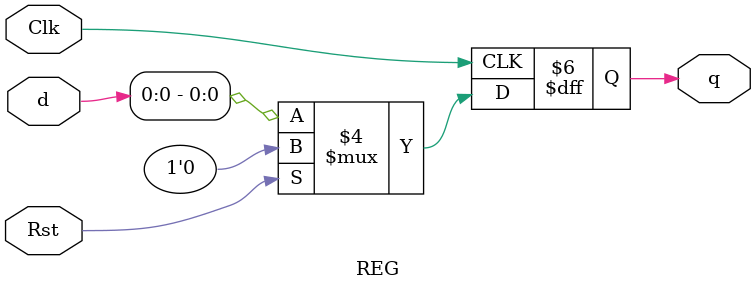
<source format=v>
`timescale 1ns / 1ps


module REG(d, Clk, Rst, q);
    parameter DATAWIDTH = 63;
    input [DATAWIDTH:0] d;
    input Clk, Rst;
    output reg q;
    
    always @(posedge Clk) begin
        if(Rst == 1) begin
            q <= 0;
        end
        else begin
            q <= d;
       end
    end
    
endmodule

</source>
